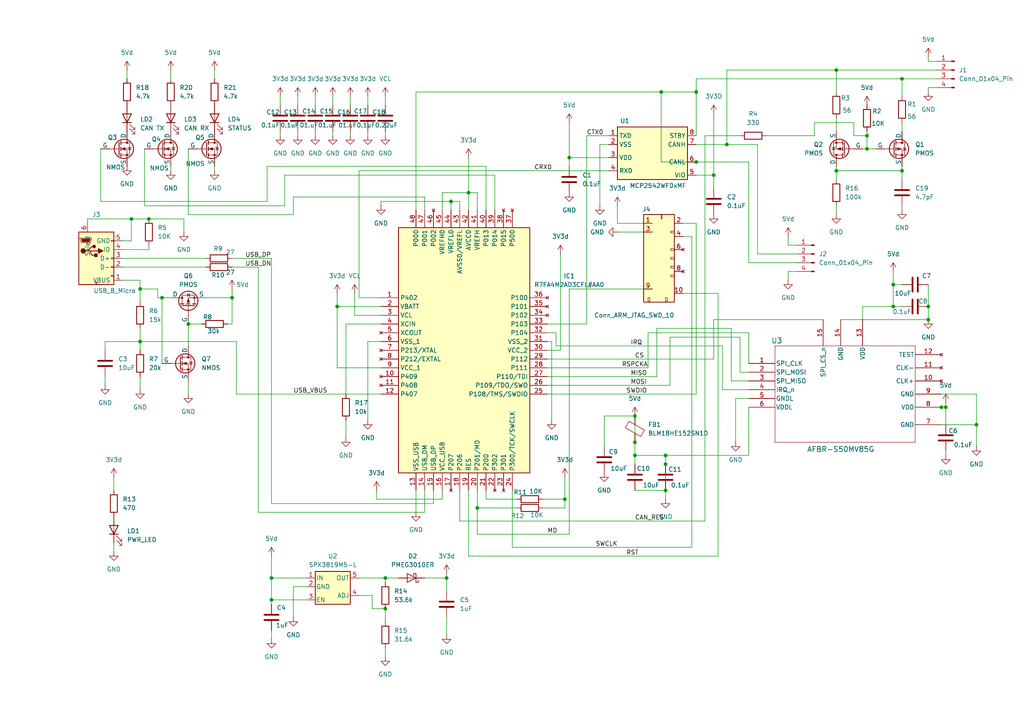
<source format=kicad_sch>
(kicad_sch (version 20231120) (generator "eeschema") (generator_version "8.0")
  (paper "A4")
  (title_block (title "Broadcom Sensor board") (date "2024-07-05") (rev "V1") (company "GEODRONES"))
  (lib_symbols
    (symbol "2024-07-05_00-20-57:AFBR-S50MV85G" (pin_names (offset 0.254))
      (property "Reference" "U3" (at 8.128 6.604 0))
      (property "Value" "AFBR-S50MV85G" (at 26.67 -24.892 0))
      (symbol "AFBR-S50MV85G_0_1"
        (pin input line (at 0 0 0) (length 7.62) (name "SPI_CLK") (number "1"))
        (pin power_in line (at 33.02 12.7 270) (length 7.62) (name "VDD") (number "13"))
        (pin power_out line (at 26.67 12.7 270) (length 7.62) (name "GND") (number "14"))
        (pin input line (at 0 -2.54 0) (length 7.62) (name "SPI_MOSI") (number "2"))
        (pin output line (at 0 -5.08 0) (length 7.62) (name "SPI_MISO") (number "3"))
        (pin output line (at 0 -7.62 0) (length 7.62) (name "IRQ_n") (number "4"))
        (pin power_out line (at 0 -10.16 0) (length 7.62) (name "GNDL") (number "5"))
        (pin power_in line (at 0 -12.7 0) (length 7.62) (name "VDDL") (number "6"))
        (pin power_out line (at 55.88 -17.78 180) (length 7.62) (name "GND") (number "7"))
        (pin power_out line (at 55.88 -8.89 180) (length 7.62) (name "GND") (number "9"))
      )
      (symbol "AFBR-S50MV85G_1_1"
        (pin no_connect line (at 55.88 -5.08 180) (length 7.62) (name "CLK+") (number "10"))
        (pin no_connect line (at 55.88 -1.27 180) (length 7.62) (name "CLK-") (number "11"))
        (pin no_connect line (at 55.88 2.54 180) (length 7.62) (name "TEST") (number "12"))
        (pin input line (at 21.59 12.7 270) (length 7.62) (name "SPI_CS_n") (number "15"))
        (pin power_in line (at 55.88 -12.7 180) (length 7.62) (name "VDD") (number "8"))
      )
    )
    (symbol "Conn_01x04_Pin_1" (pin_names (offset 1.016) hide)
      (property "Reference" "J1" (at -1.27 -2.5401 0))
      (property "Value" "Conn_01x04_Pin" (at -1.27 -0.0001 0))
      (symbol "Conn_01x04_Pin_1_1_1"
        (pin passive line (at 5.08 -5.08 180) (length 3.81) (name "Pin_1") (number "1"))
        (pin passive line (at 5.08 -2.54 180) (length 3.81) (name "Pin_2") (number "2"))
        (pin passive line (at 5.08 0 180) (length 3.81) (name "Pin_3") (number "3"))
        (pin passive line (at 5.08 2.54 180) (length 3.81) (name "Pin_4") (number "4"))
      )
    )
    (symbol "Connector:Conn_01x04_Pin" (pin_names (offset 1.016) hide)
      (property "Reference" "J2" (at -1.27 -2.5401 0))
      (property "Value" "Conn_01x04_Pin" (at -1.27 -0.0001 0))
      (symbol "Conn_01x04_Pin_1_1"
        (pin passive line (at 5.08 -5.08 180) (length 3.81) (name "Pin_1") (number "1"))
        (pin passive line (at 5.08 -2.54 180) (length 3.81) (name "Pin_2") (number "2"))
        (pin passive line (at 5.08 0 180) (length 3.81) (name "Pin_3") (number "3"))
        (pin passive line (at 5.08 2.54 180) (length 3.81) (name "Pin_4") (number "4"))
      )
    )
    (symbol "Connector:Conn_ARM_JTAG_SWD_10" (pin_names (offset 1.016))
      (property "Reference" "J4" (at 3.302 14.224 0))
      (property "Value" "Conn_ARM_JTAG_SWD_10" (at 10.16 -16.51 0))
      (symbol "Conn_ARM_JTAG_SWD_10_1_1"
        (pin power_in line (at 1.27 10.16 0) (length 2.54) (name "") (number "1"))
        (pin open_collector line (at 12.7 -10.16 180) (length 2.54) (name "") (number "10"))
        (pin bidirectional line (at 12.7 10.16 180) (length 2.54) (name "") (number "2"))
        (pin power_in line (at 1.27 7.62 0) (length 2.54) (name "") (number "3"))
        (pin output line (at 12.7 6.35 180) (length 2.54) (name "") (number "4"))
        (pin passive line (at -12.7 5.08 0) (length 2.54) hide (name "GND") (number "5"))
        (pin no_connect line (at 12.7 2.54 180) (length 2.54) (name "") (number "6"))
        (pin no_connect line (at -10.16 0 0) (length 2.54) hide (name "KEY") (number "7"))
        (pin no_connect line (at 12.7 -3.81 180) (length 2.54) (name "") (number "8"))
        (pin passive line (at 1.27 -8.89 0) (length 2.54) (name "") (number "9"))
      )
    )
    (symbol "Connector:USB_B_Micro" (pin_names (offset 1.016))
      (property "Reference" "J3" (at 0 12.7 0))
      (property "Value" "USB_B_Micro" (at 5.334 -9.398 0))
      (symbol "USB_B_Micro_1_1"
        (pin power_out line (at 7.62 -6.35 180) (length 2.54) (name "VBUS") (number "1"))
        (pin bidirectional line (at 7.62 -2.54 180) (length 2.54) (name "D-") (number "2"))
        (pin bidirectional line (at 7.62 0 180) (length 2.54) (name "D+") (number "3"))
        (pin passive line (at 7.62 2.54 180) (length 2.54) (name "ID") (number "4"))
        (pin power_out line (at 7.62 5.08 180) (length 2.54) (name "GND") (number "5"))
        (pin passive line (at -2.54 10.16 270) (length 2.54) (name "Shield") (number "6"))
      )
    )
    (symbol "Device:C" (pin_numbers hide) (pin_names (offset 0.254))
      (property "Reference" "C" (at 0.635 2.54 0))
      (property "Value" "C" (at 0.635 -2.54 0))
      (symbol "C_1_1"
        (pin passive line (at 0 3.81 270) (length 2.794) (name "~") (number "1"))
        (pin passive line (at 0 -3.81 90) (length 2.794) (name "~") (number "2"))
      )
    )
    (symbol "Device:FerriteBead" (pin_numbers hide) (pin_names (offset 0))
      (property "Reference" "FB" (at -3.81 0.635 90))
      (property "Value" "FerriteBead" (at 3.81 0 90))
      (symbol "FerriteBead_1_1"
        (pin passive line (at 0 3.81 270) (length 2.54) (name "~") (number "1"))
        (pin passive line (at 0 -3.81 90) (length 2.54) (name "~") (number "2"))
      )
    )
    (symbol "Device:LED" (pin_numbers hide) (pin_names (offset 1.016) hide)
      (property "Reference" "D" (at 0 2.54 0))
      (property "Value" "LED" (at 0 -2.54 0))
      (symbol "LED_1_1"
        (pin passive line (at -3.81 0 0) (length 2.54) (name "K") (number "1"))
        (pin passive line (at 3.81 0 180) (length 2.54) (name "A") (number "2"))
      )
    )
    (symbol "Device:R" (pin_numbers hide) (pin_names (offset 0))
      (property "Reference" "R" (at 2.032 0 90))
      (property "Value" "R" (at 0 0 90))
      (symbol "R_1_1"
        (pin passive line (at 0 3.81 270) (length 1.27) (name "~") (number "1"))
        (pin passive line (at 0 -3.81 90) (length 1.27) (name "~") (number "2"))
      )
    )
    (symbol "Diode:PMEG3010ER" (pin_numbers hide) (pin_names hide)
      (property "Reference" "D" (at 0 2.54 0))
      (property "Value" "PMEG3010ER" (at 0 -2.54 0))
      (symbol "PMEG3010ER_1_1"
        (pin passive line (at -3.81 0 0) (length 2.54) (name "K") (number "1"))
        (pin passive line (at 3.81 0 180) (length 2.54) (name "A") (number "2"))
      )
    )
    (symbol "Interface_CAN_LIN:MCP2542WFDxMF"
      (property "Reference" "U1" (at 2.1941 -10.16 0))
      (property "Value" "MCP2542WFDxMF" (at 2.1941 -12.7 0))
      (symbol "MCP2542WFDxMF_1_1"
        (pin input line (at -12.7 5.08 0) (length 2.54) (name "TXD") (number "1"))
        (pin power_in line (at -12.7 2.54 0) (length 2.54) (name "VSS") (number "2"))
        (pin power_in line (at -12.7 -1.27 0) (length 2.54) (name "VDD") (number "3"))
        (pin output line (at -12.7 -5.08 0) (length 2.54) (name "RXD") (number "4"))
        (pin power_in line (at 12.7 -6.35 180) (length 2.54) (name "VIO") (number "5"))
        (pin bidirectional line (at 12.7 -2.54 180) (length 2.54) (name "CANL") (number "6"))
        (pin bidirectional line (at 12.7 2.54 180) (length 2.54) (name "CANH") (number "7"))
        (pin input line (at 12.7 5.08 180) (length 2.54) (name "STBY") (number "8"))
        (pin passive line (at 0 -10.16 90) (length 2.54) hide (name "VSS") (number "9"))
      )
    )
    (symbol "R7FA4M2AD3CFL#AA0:R7FA4M2AD3CFL#AA0"
      (property "Reference" "IC1" (at 54.61 6.3186 0))
      (property "Value" "R7FA4M2AD3CFL#AA0" (at 54.61 3.7786 0))
      (symbol "R7FA4M2AD3CFL#AA0_1_1"
        (pin passive line (at 0 0 0) (length 5.08) (name "P402") (number "1"))
        (pin no_connect line (at 0 -22.86 0) (length 5.08) (name "P409") (number "10"))
        (pin no_connect line (at 0 -25.4 0) (length 5.08) (name "P408") (number "11"))
        (pin passive line (at 0 -27.94 0) (length 5.08) (name "P407") (number "12"))
        (pin passive line (at 10.16 -55.88 90) (length 5.08) (name "VSS_USB") (number "13"))
        (pin passive line (at 12.7 -55.88 90) (length 5.08) (name "USB_DM") (number "14"))
        (pin passive line (at 15.24 -55.88 90) (length 5.08) (name "USB_DP") (number "15"))
        (pin passive line (at 17.78 -55.88 90) (length 5.08) (name "VCC_USB") (number "16"))
        (pin no_connect line (at 20.32 -55.88 90) (length 5.08) (name "P207") (number "17"))
        (pin passive line (at 22.86 -55.88 90) (length 5.08) (name "P206") (number "18"))
        (pin passive line (at 25.4 -55.88 90) (length 5.08) (name "RES") (number "19"))
        (pin passive line (at 0 -2.54 0) (length 5.08) (name "VBATT") (number "2"))
        (pin passive line (at 27.94 -55.88 90) (length 5.08) (name "P201/MD") (number "20"))
        (pin passive line (at 30.48 -55.88 90) (length 5.08) (name "P200") (number "21"))
        (pin no_connect line (at 33.02 -55.88 90) (length 5.08) (name "P302") (number "22"))
        (pin no_connect line (at 35.56 -55.88 90) (length 5.08) (name "P301") (number "23"))
        (pin passive line (at 38.1 -55.88 90) (length 5.08) (name "P300/TCK/SWCLK") (number "24"))
        (pin passive line (at 48.26 -27.94 180) (length 5.08) (name "P108/TMS/SWDIO") (number "25"))
        (pin passive line (at 48.26 -25.4 180) (length 5.08) (name "P109/TDO/SWO") (number "26"))
        (pin passive line (at 48.26 -22.86 180) (length 5.08) (name "P110/TDI") (number "27"))
        (pin passive line (at 48.26 -20.32 180) (length 5.08) (name "P111") (number "28"))
        (pin passive line (at 48.26 -17.78 180) (length 5.08) (name "P112") (number "29"))
        (pin passive line (at 0 -5.08 0) (length 5.08) (name "VCL") (number "3"))
        (pin passive line (at 48.26 -15.24 180) (length 5.08) (name "VCC_2") (number "30"))
        (pin passive line (at 48.26 -12.7 180) (length 5.08) (name "VSS_2") (number "31"))
        (pin passive line (at 48.26 -10.16 180) (length 5.08) (name "P104") (number "32"))
        (pin passive line (at 48.26 -7.62 180) (length 5.08) (name "P103") (number "33"))
        (pin no_connect line (at 48.26 -5.08 180) (length 5.08) (name "P102") (number "34"))
        (pin no_connect line (at 48.26 -2.54 180) (length 5.08) (name "P101") (number "35"))
        (pin no_connect line (at 48.26 0 180) (length 5.08) (name "P100") (number "36"))
        (pin no_connect line (at 38.1 25.4 270) (length 5.08) (name "P500") (number "37"))
        (pin no_connect line (at 35.56 25.4 270) (length 5.08) (name "P015") (number "38"))
        (pin passive line (at 33.02 25.4 270) (length 5.08) (name "P014") (number "39"))
        (pin passive line (at 0 -7.62 0) (length 5.08) (name "XCIN") (number "4"))
        (pin passive line (at 30.48 25.4 270) (length 5.08) (name "P013") (number "40"))
        (pin passive line (at 27.94 25.4 270) (length 5.08) (name "VREFH") (number "41"))
        (pin passive line (at 25.4 25.4 270) (length 5.08) (name "AVCC0") (number "42"))
        (pin passive line (at 22.86 25.4 270) (length 5.08) (name "AVSS0/VREFL") (number "43"))
        (pin passive line (at 20.32 25.4 270) (length 5.08) (name "VREFL0") (number "44"))
        (pin passive line (at 17.78 25.4 270) (length 5.08) (name "VREFH0") (number "45"))
        (pin no_connect line (at 15.24 25.4 270) (length 5.08) (name "P002") (number "46"))
        (pin passive line (at 12.7 25.4 270) (length 5.08) (name "P001") (number "47"))
        (pin passive line (at 10.16 25.4 270) (length 5.08) (name "P000") (number "48"))
        (pin no_connect line (at 0 -10.16 0) (length 5.08) (name "XCOUT") (number "5"))
        (pin passive line (at 0 -12.7 0) (length 5.08) (name "VSS_1") (number "6"))
        (pin no_connect line (at 0 -15.24 0) (length 5.08) (name "P213/XTAL") (number "7"))
        (pin no_connect line (at 0 -17.78 0) (length 5.08) (name "P212/EXTAL") (number "8"))
        (pin passive line (at 0 -20.32 0) (length 5.08) (name "VCC_1") (number "9"))
      )
    )
    (symbol "Regulator_Linear:SPX3819M5-L" (pin_names (offset 0.254))
      (property "Reference" "U2" (at 0 8.89 0))
      (property "Value" "SPX3819M5-L" (at 0 6.35 0))
      (symbol "SPX3819M5-L_1_1"
        (pin power_in line (at -7.62 2.54 0) (length 2.54) (name "IN") (number "1"))
        (pin power_in line (at -7.62 0 0) (length 2.54) (name "GND") (number "2"))
        (pin input line (at -7.62 -3.81 0) (length 2.54) (name "EN") (number "3"))
        (pin input line (at 7.62 -2.54 180) (length 2.54) (name "ADJ") (number "4"))
        (pin power_out line (at 7.62 2.54 180) (length 2.54) (name "OUT") (number "5"))
      )
    )
    (symbol "Simulation_SPICE:NMOS" (pin_numbers hide) (pin_names (offset 0))
      (property "Reference" "Q" (at 5.08 1.27 0))
      (property "Value" "NMOS" (at 5.08 -1.27 0))
      (symbol "NMOS_1_1"
        (pin passive line (at 2.54 5.08 270) (length 2.54) (name "D") (number "1"))
        (pin input line (at -5.08 0 0) (length 2.54) (name "G") (number "2"))
        (pin passive line (at 2.54 -5.08 90) (length 2.54) (name "S") (number "3"))
      )
    )
    (symbol "Simulation_SPICE:PMOS" (pin_numbers hide) (pin_names (offset 0))
      (property "Reference" "Q" (at 5.08 1.27 0))
      (property "Value" "PMOS" (at 5.08 -1.27 0))
      (symbol "PMOS_1_1"
        (pin passive line (at 2.54 5.08 270) (length 2.54) (name "D") (number "1"))
        (pin input line (at -5.08 0 0) (length 2.54) (name "G") (number "2"))
        (pin passive line (at 2.54 -5.08 90) (length 2.54) (name "S") (number "3"))
      )
    )
    (symbol "power:+3V3" (power) (pin_numbers hide) (pin_names (offset 0) hide)
      (property "Value" "+3V3" (at 0 3.556 0))
      (symbol "+3V3_1_1"
        (pin power_in line (at 0 0 90) (length 0) (name "~") (number "1"))
      )
    )
    (symbol "power:+5VD" (power) (pin_numbers hide) (pin_names (offset 0) hide)
      (property "Value" "+5VD" (at 0 3.556 0))
      (symbol "+5VD_1_1"
        (pin power_in line (at 0 0 90) (length 0) (name "~") (number "1"))
      )
    )
    (symbol "power:GND" (power) (pin_numbers hide) (pin_names (offset 0) hide)
      (property "Value" "GND" (at 0 -3.81 0))
      (symbol "GND_1_1"
        (pin power_in line (at 0 0 270) (length 0) (name "~") (number "1"))
      )
    )
  )
  (junction (at 207.01 50.8))
  (junction (at 191.77 26.67))
  (junction (at 251.46 43.18))
  (junction (at 242.57 20.32))
  (junction (at 67.31 86.36))
  (junction (at 201.93 46.99))
  (junction (at 38.1 63.5))
  (junction (at 163.83 144.78))
  (junction (at 184.15 132.08))
  (junction (at 193.04 132.08))
  (junction (at 242.57 49.53))
  (junction (at 259.08 82.55))
  (junction (at 201.93 26.67))
  (junction (at 78.74 173.99))
  (junction (at 111.76 176.53))
  (junction (at 97.79 88.9))
  (junction (at 111.76 167.64))
  (junction (at 274.32 118.11))
  (junction (at 269.24 88.9))
  (junction (at 193.04 142.24))
  (junction (at 184.15 128.27))
  (junction (at 259.08 88.9))
  (junction (at 40.64 83.82))
  (junction (at 283.21 123.19))
  (junction (at 273.05 118.11))
  (junction (at 43.18 63.5))
  (junction (at 261.62 22.86))
  (junction (at 135.89 55.88))
  (junction (at 269.24 92.71))
  (junction (at 40.64 99.06))
  (junction (at 251.46 39.37))
  (junction (at 129.54 167.64))
  (junction (at 130.81 58.42))
  (junction (at 184.15 120.65))
  (junction (at 193.04 134.62))
  (junction (at 261.62 49.53))
  (junction (at 165.1 45.72))
  (junction (at 78.74 167.64))
  (junction (at 46.99 86.36))
  (junction (at 54.61 93.98))
  (junction (at 138.43 147.32))
  (junction (at 210.82 41.91))
  (wire (pts (xy 210.82 41.91) (xy 210.82 20.32)))
  (wire (pts (xy 54.61 110.49) (xy 54.61 114.3)))
  (wire (pts (xy 43.18 72.39) (xy 43.18 71.12)))
  (wire (pts (xy 274.32 116.84) (xy 274.32 118.11)))
  (wire (pts (xy 78.74 182.88) (xy 78.74 185.42)))
  (wire (pts (xy 165.1 83.82) (xy 165.1 154.94)))
  (wire (pts (xy 68.58 114.3) (xy 110.49 114.3)))
  (wire (pts (xy 228.6 78.74) (xy 228.6 81.28)))
  (wire (pts (xy 74.93 77.47) (xy 74.93 148.59)))
  (wire (pts (xy 261.62 48.26) (xy 261.62 49.53)))
  (wire (pts (xy 40.64 99.06) (xy 40.64 101.6)))
  (wire (pts (xy 78.74 167.64) (xy 78.74 173.99)))
  (wire (pts (xy 165.1 35.56) (xy 165.1 45.72)))
  (wire (pts (xy 30.48 101.6) (xy 30.48 99.06)))
  (wire (pts (xy 40.64 95.25) (xy 40.64 99.06)))
  (wire (pts (xy 129.54 179.07) (xy 129.54 184.15)))
  (wire (pts (xy 77.47 58.42) (xy 29.21 58.42)))
  (wire (pts (xy 85.09 57.15) (xy 85.09 62.23)))
  (wire (pts (xy 259.08 82.55) (xy 259.08 88.9)))
  (wire (pts (xy 143.51 60.96) (xy 143.51 50.8)))
  (wire (pts (xy 170.18 93.98) (xy 170.18 39.37)))
  (wire (pts (xy 200.66 68.58) (xy 200.66 158.75)))
  (wire (pts (xy 81.28 27.94) (xy 81.28 30.48)))
  (wire (pts (xy 104.14 49.53) (xy 176.53 49.53)))
  (wire (pts (xy 45.72 86.36) (xy 45.72 83.82)))
  (wire (pts (xy 111.76 187.96) (xy 111.76 190.5)))
  (wire (pts (xy 82.55 50.8) (xy 82.55 59.69)))
  (wire (pts (xy 33.02 157.48) (xy 33.02 160.02)))
  (wire (pts (xy 163.83 144.78) (xy 163.83 147.32)))
  (wire (pts (xy 204.47 39.37) (xy 204.47 151.13)))
  (wire (pts (xy 110.49 58.42) (xy 110.49 59.69)))
  (wire (pts (xy 242.57 34.29) (xy 242.57 38.1)))
  (wire (pts (xy 191.77 26.67) (xy 120.65 26.67)))
  (wire (pts (xy 250.19 88.9) (xy 259.08 88.9)))
  (wire (pts (xy 149.86 144.78) (xy 140.97 144.78)))
  (wire (pts (xy 160.02 99.06) (xy 160.02 121.92)))
  (wire (pts (xy 158.75 104.14) (xy 207.01 104.14)))
  (wire (pts (xy 106.68 27.94) (xy 106.68 30.48)))
  (wire (pts (xy 162.56 101.6) (xy 158.75 101.6)))
  (wire (pts (xy 184.15 132.08) (xy 184.15 128.27)))
  (wire (pts (xy 135.89 55.88) (xy 138.43 55.88)))
  (wire (pts (xy 261.62 49.53) (xy 261.62 52.07)))
  (wire (pts (xy 33.02 138.43) (xy 33.02 142.24)))
  (wire (pts (xy 219.71 73.66) (xy 219.71 41.91)))
  (wire (pts (xy 53.34 63.5) (xy 53.34 67.31)))
  (wire (pts (xy 25.4 63.5) (xy 38.1 63.5)))
  (wire (pts (xy 231.14 71.12) (xy 228.6 71.12)))
  (wire (pts (xy 62.23 20.32) (xy 62.23 22.86)))
  (wire (pts (xy 88.9 167.64) (xy 78.74 167.64)))
  (wire (pts (xy 214.63 97.79) (xy 214.63 107.95)))
  (wire (pts (xy 88.9 170.18) (xy 85.09 170.18)))
  (wire (pts (xy 158.75 111.76) (xy 194.31 111.76)))
  (wire (pts (xy 85.09 170.18) (xy 85.09 179.07)))
  (wire (pts (xy 41.91 59.69) (xy 41.91 43.18)))
  (wire (pts (xy 184.15 132.08) (xy 184.15 134.62)))
  (wire (pts (xy 97.79 85.09) (xy 97.79 88.9)))
  (wire (pts (xy 162.56 73.66) (xy 162.56 101.6)))
  (wire (pts (xy 36.83 20.32) (xy 36.83 22.86)))
  (wire (pts (xy 135.89 45.72) (xy 135.89 55.88)))
  (wire (pts (xy 81.28 38.1) (xy 81.28 39.37)))
  (wire (pts (xy 54.61 93.98) (xy 58.42 93.98)))
  (wire (pts (xy 261.62 59.69) (xy 261.62 60.96)))
  (wire (pts (xy 231.14 73.66) (xy 219.71 73.66)))
  (wire (pts (xy 204.47 39.37) (xy 214.63 39.37)))
  (wire (pts (xy 194.31 97.79) (xy 214.63 97.79)))
  (wire (pts (xy 101.6 27.94) (xy 101.6 30.48)))
  (wire (pts (xy 129.54 167.64) (xy 129.54 166.37)))
  (wire (pts (xy 67.31 86.36) (xy 67.31 83.82)))
  (wire (pts (xy 283.21 114.3) (xy 273.05 114.3)))
  (wire (pts (xy 67.31 77.47) (xy 74.93 77.47)))
  (wire (pts (xy 165.1 154.94) (xy 138.43 154.94)))
  (wire (pts (xy 62.23 48.26) (xy 62.23 49.53)))
  (wire (pts (xy 187.96 106.68) (xy 187.96 96.52)))
  (wire (pts (xy 217.17 76.2) (xy 217.17 46.99)))
  (wire (pts (xy 111.76 167.64) (xy 111.76 168.91)))
  (wire (pts (xy 170.18 39.37) (xy 176.53 39.37)))
  (wire (pts (xy 207.01 92.71) (xy 238.76 92.71)))
  (wire (pts (xy 138.43 55.88) (xy 138.43 60.96)))
  (wire (pts (xy 271.78 118.11) (xy 273.05 118.11)))
  (wire (pts (xy 242.57 20.32) (xy 242.57 26.67)))
  (wire (pts (xy 49.53 86.36) (xy 46.99 86.36)))
  (wire (pts (xy 123.19 148.59) (xy 123.19 142.24)))
  (wire (pts (xy 78.74 173.99) (xy 78.74 175.26)))
  (wire (pts (xy 78.74 173.99) (xy 88.9 173.99)))
  (wire (pts (xy 30.48 99.06) (xy 40.64 99.06)))
  (wire (pts (xy 49.53 48.26) (xy 49.53 49.53)))
  (wire (pts (xy 128.27 55.88) (xy 135.89 55.88)))
  (wire (pts (xy 158.75 99.06) (xy 160.02 99.06)))
  (wire (pts (xy 207.01 104.14) (xy 207.01 92.71)))
  (wire (pts (xy 111.76 38.1) (xy 111.76 39.37)))
  (wire (pts (xy 74.93 148.59) (xy 123.19 148.59)))
  (wire (pts (xy 104.14 86.36) (xy 110.49 86.36)))
  (wire (pts (xy 30.48 109.22) (xy 30.48 111.76)))
  (wire (pts (xy 35.56 77.47) (xy 59.69 77.47)))
  (wire (pts (xy 82.55 59.69) (xy 41.91 59.69)))
  (wire (pts (xy 86.36 38.1) (xy 86.36 39.37)))
  (wire (pts (xy 120.65 26.67) (xy 120.65 60.96)))
  (wire (pts (xy 96.52 27.94) (xy 96.52 30.48)))
  (wire (pts (xy 78.74 161.29) (xy 78.74 167.64)))
  (wire (pts (xy 209.55 100.33) (xy 209.55 113.03)))
  (wire (pts (xy 250.19 88.9) (xy 250.19 92.71)))
  (wire (pts (xy 104.14 49.53) (xy 104.14 86.36)))
  (wire (pts (xy 102.87 91.44) (xy 102.87 85.09)))
  (wire (pts (xy 148.59 142.24) (xy 148.59 158.75)))
  (wire (pts (xy 259.08 78.74) (xy 259.08 82.55)))
  (wire (pts (xy 161.29 96.52) (xy 161.29 100.33)))
  (wire (pts (xy 106.68 38.1) (xy 106.68 39.37)))
  (wire (pts (xy 35.56 74.93) (xy 59.69 74.93)))
  (wire (pts (xy 201.93 64.77) (xy 201.93 114.3)))
  (wire (pts (xy 40.64 81.28) (xy 35.56 81.28)))
  (wire (pts (xy 212.09 95.25) (xy 212.09 110.49)))
  (wire (pts (xy 201.93 22.86) (xy 261.62 22.86)))
  (wire (pts (xy 125.73 146.05) (xy 125.73 142.24)))
  (wire (pts (xy 100.33 114.3) (xy 100.33 93.98)))
  (wire (pts (xy 198.12 68.58) (xy 200.66 68.58)))
  (wire (pts (xy 184.15 120.65) (xy 184.15 128.27)))
  (wire (pts (xy 184.15 142.24) (xy 193.04 142.24)))
  (wire (pts (xy 165.1 48.26) (xy 165.1 45.72)))
  (wire (pts (xy 35.56 72.39) (xy 43.18 72.39)))
  (wire (pts (xy 130.81 58.42) (xy 130.81 60.96)))
  (wire (pts (xy 259.08 88.9) (xy 261.62 88.9)))
  (wire (pts (xy 193.04 142.24) (xy 193.04 134.62)))
  (wire (pts (xy 111.76 27.94) (xy 111.76 30.48)))
  (wire (pts (xy 163.83 138.43) (xy 163.83 144.78)))
  (wire (pts (xy 190.5 109.22) (xy 158.75 109.22)))
  (wire (pts (xy 66.04 93.98) (xy 67.31 93.98)))
  (wire (pts (xy 251.46 43.18) (xy 254 43.18)))
  (wire (pts (xy 100.33 93.98) (xy 110.49 93.98)))
  (wire (pts (xy 129.54 167.64) (xy 129.54 171.45)))
  (wire (pts (xy 201.93 50.8) (xy 207.01 50.8)))
  (wire (pts (xy 140.97 48.26) (xy 77.47 48.26)))
  (wire (pts (xy 186.69 83.82) (xy 165.1 83.82)))
  (wire (pts (xy 274.32 118.11) (xy 274.32 123.19)))
  (wire (pts (xy 269.24 25.4) (xy 269.24 26.67)))
  (wire (pts (xy 201.93 46.99) (xy 217.17 46.99)))
  (wire (pts (xy 269.24 88.9) (xy 269.24 92.71)))
  (wire (pts (xy 130.81 58.42) (xy 110.49 58.42)))
  (wire (pts (xy 110.49 91.44) (xy 102.87 91.44)))
  (wire (pts (xy 247.65 35.56) (xy 247.65 39.37)))
  (wire (pts (xy 138.43 142.24) (xy 138.43 147.32)))
  (wire (pts (xy 67.31 93.98) (xy 67.31 86.36)))
  (wire (pts (xy 219.71 41.91) (xy 210.82 41.91)))
  (wire (pts (xy 274.32 130.81) (xy 274.32 132.08)))
  (wire (pts (xy 111.76 167.64) (xy 115.57 167.64)))
  (wire (pts (xy 68.58 99.06) (xy 40.64 99.06)))
  (wire (pts (xy 38.1 69.85) (xy 38.1 63.5)))
  (wire (pts (xy 193.04 132.08) (xy 184.15 132.08)))
  (wire (pts (xy 273.05 118.11) (xy 274.32 118.11)))
  (wire (pts (xy 201.93 39.37) (xy 201.93 26.67)))
  (wire (pts (xy 214.63 107.95) (xy 217.17 107.95)))
  (wire (pts (xy 217.17 132.08) (xy 193.04 132.08)))
  (wire (pts (xy 86.36 27.94) (xy 86.36 30.48)))
  (wire (pts (xy 251.46 38.1) (xy 251.46 39.37)))
  (wire (pts (xy 68.58 114.3) (xy 68.58 99.06)))
  (wire (pts (xy 46.99 86.36) (xy 46.99 105.41)))
  (wire (pts (xy 77.47 48.26) (xy 77.47 58.42)))
  (wire (pts (xy 107.95 176.53) (xy 111.76 176.53)))
  (wire (pts (xy 78.74 146.05) (xy 125.73 146.05)))
  (wire (pts (xy 201.93 41.91) (xy 210.82 41.91)))
  (wire (pts (xy 96.52 38.1) (xy 96.52 39.37)))
  (wire (pts (xy 179.07 59.69) (xy 179.07 64.77)))
  (wire (pts (xy 175.26 129.54) (xy 175.26 120.65)))
  (wire (pts (xy 25.4 64.77) (xy 25.4 63.5)))
  (wire (pts (xy 198.12 85.09) (xy 208.28 85.09)))
  (wire (pts (xy 259.08 82.55) (xy 261.62 82.55)))
  (wire (pts (xy 175.26 120.65) (xy 184.15 120.65)))
  (wire (pts (xy 213.36 115.57) (xy 213.36 128.27)))
  (wire (pts (xy 128.27 144.78) (xy 109.22 144.78)))
  (wire (pts (xy 193.04 142.24) (xy 193.04 144.78)))
  (wire (pts (xy 231.14 76.2) (xy 217.17 76.2)))
  (wire (pts (xy 217.17 96.52) (xy 217.17 105.41)))
  (wire (pts (xy 40.64 109.22) (xy 40.64 113.03)))
  (wire (pts (xy 176.53 41.91) (xy 173.99 41.91)))
  (wire (pts (xy 212.09 110.49) (xy 217.17 110.49)))
  (wire (pts (xy 40.64 83.82) (xy 40.64 81.28)))
  (wire (pts (xy 40.64 87.63) (xy 40.64 83.82)))
  (wire (pts (xy 138.43 147.32) (xy 138.43 154.94)))
  (wire (pts (xy 273.05 123.19) (xy 283.21 123.19)))
  (wire (pts (xy 242.57 20.32) (xy 271.78 20.32)))
  (wire (pts (xy 251.46 39.37) (xy 251.46 43.18)))
  (wire (pts (xy 123.19 167.64) (xy 129.54 167.64)))
  (wire (pts (xy 283.21 123.19) (xy 283.21 129.54)))
  (wire (pts (xy 157.48 147.32) (xy 163.83 147.32)))
  (wire (pts (xy 100.33 121.92) (xy 100.33 127)))
  (wire (pts (xy 107.95 172.72) (xy 107.95 176.53)))
  (wire (pts (xy 104.14 172.72) (xy 107.95 172.72)))
  (wire (pts (xy 261.62 22.86) (xy 271.78 22.86)))
  (wire (pts (xy 133.35 60.96) (xy 133.35 58.42)))
  (wire (pts (xy 101.6 38.1) (xy 101.6 39.37)))
  (wire (pts (xy 207.01 50.8) (xy 207.01 54.61)))
  (wire (pts (xy 135.89 161.29) (xy 135.89 142.24)))
  (wire (pts (xy 269.24 82.55) (xy 269.24 88.9)))
  (wire (pts (xy 190.5 95.25) (xy 212.09 95.25)))
  (wire (pts (xy 43.18 63.5) (xy 53.34 63.5)))
  (wire (pts (xy 271.78 17.78) (xy 269.24 17.78)))
  (wire (pts (xy 261.62 35.56) (xy 261.62 38.1)))
  (wire (pts (xy 207.01 33.02) (xy 207.01 50.8)))
  (wire (pts (xy 148.59 158.75) (xy 200.66 158.75)))
  (wire (pts (xy 208.28 161.29) (xy 135.89 161.29)))
  (wire (pts (xy 179.07 64.77) (xy 186.69 64.77)))
  (wire (pts (xy 78.74 74.93) (xy 78.74 146.05)))
  (wire (pts (xy 140.97 144.78) (xy 140.97 142.24)))
  (wire (pts (xy 91.44 27.94) (xy 91.44 30.48)))
  (wire (pts (xy 269.24 17.78) (xy 269.24 16.51)))
  (wire (pts (xy 190.5 95.25) (xy 190.5 109.22)))
  (wire (pts (xy 104.14 167.64) (xy 111.76 167.64)))
  (wire (pts (xy 191.77 46.99) (xy 201.93 46.99)))
  (wire (pts (xy 49.53 20.32) (xy 49.53 22.86)))
  (wire (pts (xy 106.68 99.06) (xy 106.68 121.92)))
  (wire (pts (xy 242.57 48.26) (xy 242.57 49.53)))
  (wire (pts (xy 158.75 96.52) (xy 161.29 96.52)))
  (wire (pts (xy 187.96 96.52) (xy 217.17 96.52)))
  (wire (pts (xy 157.48 144.78) (xy 163.83 144.78)))
  (wire (pts (xy 120.65 142.24) (xy 120.65 148.59)))
  (wire (pts (xy 109.22 144.78) (xy 109.22 142.24)))
  (wire (pts (xy 45.72 83.82) (xy 40.64 83.82)))
  (wire (pts (xy 123.19 60.96) (xy 123.19 57.15)))
  (wire (pts (xy 35.56 69.85) (xy 38.1 69.85)))
  (wire (pts (xy 243.84 92.71) (xy 269.24 92.71)))
  (wire (pts (xy 179.07 67.31) (xy 186.69 67.31)))
  (wire (pts (xy 173.99 41.91) (xy 173.99 59.69)))
  (wire (pts (xy 250.19 43.18) (xy 251.46 43.18)))
  (wire (pts (xy 67.31 74.93) (xy 78.74 74.93)))
  (wire (pts (xy 128.27 142.24) (xy 128.27 144.78)))
  (wire (pts (xy 222.25 39.37) (xy 236.22 39.37)))
  (wire (pts (xy 133.35 142.24) (xy 133.35 151.13)))
  (wire (pts (xy 110.49 88.9) (xy 97.79 88.9)))
  (wire (pts (xy 198.12 64.77) (xy 201.93 64.77)))
  (wire (pts (xy 91.44 38.1) (xy 91.44 39.37)))
  (wire (pts (xy 247.65 39.37) (xy 251.46 39.37)))
  (wire (pts (xy 217.17 132.08) (xy 217.17 118.11)))
  (wire (pts (xy 217.17 115.57) (xy 213.36 115.57)))
  (wire (pts (xy 283.21 114.3) (xy 283.21 123.19)))
  (wire (pts (xy 128.27 60.96) (xy 128.27 55.88)))
  (wire (pts (xy 97.79 88.9) (xy 97.79 106.68)))
  (wire (pts (xy 208.28 85.09) (xy 208.28 161.29)))
  (wire (pts (xy 110.49 99.06) (xy 106.68 99.06)))
  (wire (pts (xy 191.77 46.99) (xy 191.77 26.67)))
  (wire (pts (xy 143.51 50.8) (xy 82.55 50.8)))
  (wire (pts (xy 194.31 111.76) (xy 194.31 97.79)))
  (wire (pts (xy 46.99 86.36) (xy 45.72 86.36)))
  (wire (pts (xy 236.22 35.56) (xy 247.65 35.56)))
  (wire (pts (xy 158.75 93.98) (xy 170.18 93.98)))
  (wire (pts (xy 140.97 60.96) (xy 140.97 48.26)))
  (wire (pts (xy 209.55 113.03) (xy 217.17 113.03)))
  (wire (pts (xy 158.75 114.3) (xy 201.93 114.3)))
  (wire (pts (xy 158.75 106.68) (xy 187.96 106.68)))
  (wire (pts (xy 110.49 106.68) (xy 97.79 106.68)))
  (wire (pts (xy 38.1 63.5) (xy 43.18 63.5)))
  (wire (pts (xy 54.61 62.23) (xy 54.61 43.18)))
  (wire (pts (xy 59.69 86.36) (xy 67.31 86.36)))
  (wire (pts (xy 165.1 45.72) (xy 176.53 45.72)))
  (wire (pts (xy 29.21 58.42) (xy 29.21 43.18)))
  (wire (pts (xy 261.62 22.86) (xy 261.62 27.94)))
  (wire (pts (xy 236.22 39.37) (xy 236.22 35.56)))
  (wire (pts (xy 231.14 78.74) (xy 228.6 78.74)))
  (wire (pts (xy 242.57 59.69) (xy 242.57 62.23)))
  (wire (pts (xy 133.35 58.42) (xy 130.81 58.42)))
  (wire (pts (xy 85.09 62.23) (xy 54.61 62.23)))
  (wire (pts (xy 111.76 176.53) (xy 111.76 180.34)))
  (wire (pts (xy 161.29 100.33) (xy 209.55 100.33)))
  (wire (pts (xy 149.86 147.32) (xy 138.43 147.32)))
  (wire (pts (xy 193.04 132.08) (xy 193.04 134.62)))
  (wire (pts (xy 133.35 151.13) (xy 204.47 151.13)))
  (wire (pts (xy 135.89 55.88) (xy 135.89 60.96)))
  (wire (pts (xy 123.19 57.15) (xy 85.09 57.15)))
  (wire (pts (xy 242.57 49.53) (xy 242.57 52.07)))
  (wire (pts (xy 228.6 71.12) (xy 228.6 68.58)))
  (wire (pts (xy 201.93 22.86) (xy 201.93 26.67)))
  (wire (pts (xy 210.82 20.32) (xy 242.57 20.32)))
  (wire (pts (xy 54.61 93.98) (xy 54.61 100.33)))
  (wire (pts (xy 242.57 49.53) (xy 261.62 49.53)))
  (wire (pts (xy 201.93 26.67) (xy 191.77 26.67)))
  (wire (pts (xy 271.78 25.4) (xy 269.24 25.4)))
  (label "CAN_RES" (at 184.15 151.13 0))
  (label "CS" (at 184.15 104.14 0))
  (label "CTX0" (at 170.18 39.37 0))
  (label "RST" (at 181.61 161.29 0))
  (label "SWCLK" (at 172.72 158.75 0))
  (label "USB_DN" (at 71.12 77.47 0))
  (label "SWDIO" (at 181.61 114.3 0))
  (label "USB_VBUS" (at 85.09 114.3 0))
  (label "USB_DP" (at 71.12 74.93 0))
  (label "MISO" (at 182.88 109.22 0))
  (label "RSPCKA" (at 180.34 106.68 0))
  (label "IRQ" (at 182.88 100.33 0))
  (label "MOSI" (at 182.88 111.76 0))
  (label "CRX0" (at 154.94 49.53 0))
  (label "MD" (at 158.75 154.94 0))
  (symbol (lib_id "Device:LED") (at 36.83 34.29 90) (unit 1)
    (property "Reference" "LD2" (at 40.64 34.6074 90) (effects (justify right)))
    (property "Value" "CAN TX" (at 40.64 37.1474 90) (effects (justify right)))
    (property "Description" "Light emitting diode" (effects (hide yes)))
  )
  (symbol (lib_id "power:GND") (at 96.52 39.37 0) (unit 1)
    (property "Reference" "#PWR052" (effects (hide yes)))
    (property "Value" "GND" (at 96.52 44.45 0))
    (property "Description" "Power symbol creates a global label with name \"GND\" , ground" (effects (hide yes)))
  )
  (symbol (lib_id "power:+3V3") (at 111.76 27.94 0) (unit 1)
    (property "Reference" "#PWR062" (effects (hide yes)))
    (property "Value" "VCL" (at 111.76 22.86 0))
    (property "Description" "Power symbol creates a global label with name \"+3V3\"" (effects (hide yes)))
  )
  (symbol (lib_id "Device:R") (at 153.67 144.78 90) (unit 1)
    (property "Reference" "R11" (at 150.876 142.748 90))
    (property "Value" "10K" (at 155.448 142.494 90))
    (property "Description" "Resistor" (effects (hide yes)))
  )
  (symbol (lib_id "Device:LED") (at 62.23 34.29 90) (unit 1)
    (property "Reference" "LD4" (at 66.04 34.6074 90) (effects (justify right)))
    (property "Value" "STATUS" (at 66.04 37.1474 90) (effects (justify right)))
    (property "Description" "Light emitting diode" (effects (hide yes)))
  )
  (symbol (lib_id "power:+3V3") (at 33.02 138.43 0) (unit 1)
    (property "Reference" "#PWR017" (effects (hide yes)))
    (property "Value" "3V3d" (at 33.02 133.35 0))
    (property "Description" "Power symbol creates a global label with name \"+3V3\"" (effects (hide yes)))
  )
  (symbol (lib_id "power:+5VD") (at 62.23 20.32 0) (unit 1)
    (property "Reference" "#PWR045" (effects (hide yes)))
    (property "Value" "5Vd" (at 62.23 15.24 0))
    (property "Description" "Power symbol creates a global label with name \"+5VD\"" (effects (hide yes)))
  )
  (symbol (lib_id "power:GND") (at 261.62 60.96 0) (unit 1)
    (property "Reference" "#PWR064" (effects (hide yes)))
    (property "Value" "GND" (at 261.62 66.04 0))
    (property "Description" "Power symbol creates a global label with name \"GND\" , ground" (effects (hide yes)))
  )
  (symbol (lib_id "Connector:Conn_ARM_JTAG_SWD_10") (at 185.42 74.93 0) (unit 1)
    (property "Reference" "J4" (at 188.722 60.706 0) (effects (justify right)))
    (property "Value" "Conn_ARM_JTAG_SWD_10" (at 195.58 91.44 0) (effects (justify right)))
    (property "Datasheet" "http://infocenter.arm.com/help/topic/com.arm.doc.ddi0314h/DDI0314H_coresight_components_trm.pdf" (effects (hide yes)))
    (property "Description" "Cortex Debug Connector, standard ARM Cortex-M SWD and JTAG interface" (effects (hide yes)))
  )
  (symbol (lib_id "Device:C") (at 106.68 34.29 0) (unit 1)
    (property "Reference" "C17" (at 102.616 32.258 0) (effects (justify left)))
    (property "Value" "0.1uF" (at 103.378 36.322 0) (effects (justify left)))
    (property "Description" "Unpolarized capacitor" (effects (hide yes)))
  )
  (symbol (lib_id "Device:R") (at 40.64 91.44 0) (unit 1)
    (property "Reference" "R6" (at 43.18 90.1699 0) (effects (justify left)))
    (property "Value" "15k" (at 43.18 92.7099 0) (effects (justify left)))
    (property "Description" "Resistor" (effects (hide yes)))
  )
  (symbol (lib_id "Device:C") (at 265.43 88.9 90) (unit 1)
    (property "Reference" "C8" (at 267.716 87.376 90))
    (property "Value" "0.1uF" (at 261.62 90.424 90))
    (property "Description" "Unpolarized capacitor" (effects (hide yes)))
  )
  (symbol (lib_id "Simulation_SPICE:NMOS") (at 52.07 105.41 0) (unit 1)
    (property "Reference" "Q7" (at 58.42 104.1399 0) (effects (justify left)))
    (property "Value" "NMOS" (at 58.42 106.6799 0) (effects (justify left)))
    (property "Datasheet" "https://ngspice.sourceforge.io/docs/ngspice-html-manual/manual.xhtml#cha_MOSFETs" (effects (hide yes)))
    (property "Description" "N-MOSFET transistor, drain/source/gate" (effects (hide yes)))
    (property "Sim.Device" "NMOS" (effects (hide yes)))
    (property "Sim.Type" "VDMOS" (effects (hide yes)))
    (property "Sim.Pins" "1=D 2=G 3=S" (effects (hide yes)))
  )
  (symbol (lib_id "power:+3V3") (at 101.6 27.94 0) (unit 1)
    (property "Reference" "#PWR060" (effects (hide yes)))
    (property "Value" "3V3d" (at 101.6 22.86 0))
    (property "Description" "Power symbol creates a global label with name \"+3V3\"" (effects (hide yes)))
  )
  (symbol (lib_id "power:GND") (at 228.6 81.28 0) (unit 1)
    (property "Reference" "#PWR07" (effects (hide yes)))
    (property "Value" "GND" (at 228.6 86.36 0))
    (property "Description" "Power symbol creates a global label with name \"GND\" , ground" (effects (hide yes)))
  )
  (symbol (lib_id "power:GND") (at 110.49 59.69 0) (unit 1)
    (property "Reference" "#PWR038" (effects (hide yes)))
    (property "Value" "GND" (at 110.49 64.77 0))
    (property "Description" "Power symbol creates a global label with name \"GND\" , ground" (effects (hide yes)))
  )
  (symbol (lib_id "power:+5VD") (at 269.24 16.51 0) (unit 1)
    (property "Reference" "#PWR08" (effects (hide yes)))
    (property "Value" "5Vd" (at 269.24 11.43 0))
    (property "Description" "Power symbol creates a global label with name \"+5VD\"" (effects (hide yes)))
  )
  (symbol (lib_id "Device:R") (at 111.76 184.15 0) (unit 1)
    (property "Reference" "R15" (at 114.3 182.8799 0) (effects (justify left)))
    (property "Value" "31.6k" (at 114.3 185.4199 0) (effects (justify left)))
    (property "Description" "Resistor" (effects (hide yes)))
  )
  (symbol (lib_id "power:GND") (at 242.57 62.23 0) (unit 1)
    (property "Reference" "#PWR065" (effects (hide yes)))
    (property "Value" "GND" (at 242.57 67.31 0))
    (property "Description" "Power symbol creates a global label with name \"GND\" , ground" (effects (hide yes)))
  )
  (symbol (lib_id "power:+3V3") (at 207.01 33.02 0) (unit 1)
    (property "Reference" "#PWR04" (effects (hide yes)))
    (property "Value" "3V3D" (at 207.01 27.94 0))
    (property "Description" "Power symbol creates a global label with name \"+3V3\"" (effects (hide yes)))
  )
  (symbol (lib_id "power:+5VD") (at 228.6 68.58 0) (unit 1)
    (property "Reference" "#PWR09" (effects (hide yes)))
    (property "Value" "5Vd" (at 228.6 63.5 0))
    (property "Description" "Power symbol creates a global label with name \"+5VD\"" (effects (hide yes)))
  )
  (symbol (lib_id "Device:R") (at 111.76 172.72 0) (unit 1)
    (property "Reference" "R14" (at 114.3 171.4499 0) (effects (justify left)))
    (property "Value" "53.6k" (at 114.3 173.9899 0) (effects (justify left)))
    (property "Description" "Resistor" (effects (hide yes)))
  )
  (symbol (lib_id "Device:R") (at 43.18 67.31 0) (unit 1)
    (property "Reference" "R5" (at 45.72 66.0399 0) (effects (justify left)))
    (property "Value" "10K" (at 45.72 68.5799 0) (effects (justify left)))
    (property "Description" "Resistor" (effects (hide yes)))
  )
  (symbol (lib_id "power:+3V3") (at 162.56 73.66 0) (unit 1)
    (property "Reference" "#PWR037" (effects (hide yes)))
    (property "Value" "3V3d" (at 162.56 68.58 0))
    (property "Description" "Power symbol creates a global label with name \"+3V3\"" (effects (hide yes)))
  )
  (symbol (lib_id "Regulator_Linear:SPX3819M5-L") (at 96.52 170.18 0) (unit 1)
    (property "Reference" "U2" (at 96.52 161.29 0))
    (property "Value" "SPX3819M5-L" (at 96.52 163.83 0))
    (property "Footprint" "Package_TO_SOT_SMD:SOT-23-5" (effects (hide yes)))
    (property "Datasheet" "https://www.exar.com/content/document.ashx?id=22106&languageid=1033&type=Datasheet&partnumber=SPX3819&filename=SPX3819.pdf&part=SPX3819" (effects (hide yes)))
    (property "Description" "500mA Low drop-out regulator, Adjustable, SOT-23-5" (effects (hide yes)))
  )
  (symbol (lib_id "Device:C") (at 129.54 175.26 0) (unit 1)
    (property "Reference" "C5" (at 133.35 173.9899 0) (effects (justify left)))
    (property "Value" "1uF" (at 133.35 176.5299 0) (effects (justify left)))
    (property "Description" "Unpolarized capacitor" (effects (hide yes)))
  )
  (symbol (lib_id "Device:C") (at 261.62 55.88 0) (unit 1)
    (property "Reference" "C19" (at 265.43 54.6099 0) (effects (justify left)))
    (property "Value" "4.7pF" (at 265.43 57.1499 0) (effects (justify left)))
    (property "Description" "Unpolarized capacitor" (effects (hide yes)))
  )
  (symbol (lib_id "Device:C") (at 30.48 105.41 0) (unit 1)
    (property "Reference" "C3" (at 34.29 104.1399 0) (effects (justify left)))
    (property "Value" "10uF" (at 34.29 106.6799 0) (effects (justify left)))
    (property "Description" "Unpolarized capacitor" (effects (hide yes)))
  )
  (symbol (lib_id "Device:R") (at 36.83 26.67 0) (unit 1)
    (property "Reference" "R18" (at 39.37 25.3999 0) (effects (justify left)))
    (property "Value" "4.7k" (at 39.37 27.9399 0) (effects (justify left)))
    (property "Description" "Resistor" (effects (hide yes)))
  )
  (symbol (lib_id "power:+3V3") (at 163.83 138.43 0) (unit 1)
    (property "Reference" "#PWR016" (effects (hide yes)))
    (property "Value" "3V3d" (at 163.83 133.35 0))
    (property "Description" "Power symbol creates a global label with name \"+3V3\"" (effects (hide yes)))
  )
  (symbol (lib_id "power:GND") (at 165.1 55.88 0) (unit 1)
    (property "Reference" "#PWR03" (effects (hide yes)))
    (property "Value" "GND" (at 165.1 60.96 0))
    (property "Description" "Power symbol creates a global label with name \"GND\" , ground" (effects (hide yes)))
  )
  (symbol (lib_id "power:GND") (at 179.07 67.31 270) (unit 1)
    (property "Reference" "#PWR025" (effects (hide yes)))
    (property "Value" "GND" (at 175.26 67.3099 90) (effects (justify right)))
    (property "Description" "Power symbol creates a global label with name \"GND\" , ground" (effects (hide yes)))
  )
  (symbol (lib_id "power:GND") (at 207.01 62.23 0) (unit 1)
    (property "Reference" "#PWR05" (effects (hide yes)))
    (property "Value" "GND" (at 207.01 67.31 0))
    (property "Description" "Power symbol creates a global label with name \"GND\" , ground" (effects (hide yes)))
  )
  (symbol (lib_id "power:GND") (at 81.28 39.37 0) (unit 1)
    (property "Reference" "#PWR049" (effects (hide yes)))
    (property "Value" "GND" (at 81.28 44.45 0))
    (property "Description" "Power symbol creates a global label with name \"GND\" , ground" (effects (hide yes)))
  )
  (symbol (lib_id "power:+5VD") (at 36.83 20.32 0) (unit 1)
    (property "Reference" "#PWR043" (effects (hide yes)))
    (property "Value" "5Vd" (at 36.83 15.24 0))
    (property "Description" "Power symbol creates a global label with name \"+5VD\"" (effects (hide yes)))
  )
  (symbol (lib_id "Simulation_SPICE:NMOS") (at 34.29 43.18 0) (unit 1)
    (property "Reference" "Q3" (at 31.242 39.878 0) (effects (justify left)))
    (property "Value" "NMOS" (at 30.734 48.514 0) (effects (justify left)))
    (property "Datasheet" "https://ngspice.sourceforge.io/docs/ngspice-html-manual/manual.xhtml#cha_MOSFETs" (effects (hide yes)))
    (property "Description" "N-MOSFET transistor, drain/source/gate" (effects (hide yes)))
    (property "Sim.Device" "NMOS" (effects (hide yes)))
    (property "Sim.Type" "VDMOS" (effects (hide yes)))
    (property "Sim.Pins" "1=D 2=G 3=S" (effects (hide yes)))
  )
  (symbol (lib_id "Device:C") (at 265.43 82.55 90) (unit 1)
    (property "Reference" "C7" (at 268.732 80.01 90))
    (property "Value" "10uF" (at 261.874 85.09 90))
    (property "Description" "Unpolarized capacitor" (effects (hide yes)))
  )
  (symbol (lib_id "power:GND") (at 54.61 114.3 0) (unit 1)
    (property "Reference" "#PWR067" (effects (hide yes)))
    (property "Value" "GND" (at 54.61 119.38 0))
    (property "Description" "Power symbol creates a global label with name \"GND\" , ground" (effects (hide yes)))
  )
  (symbol (lib_id "power:GND") (at 91.44 39.37 0) (unit 1)
    (property "Reference" "#PWR051" (effects (hide yes)))
    (property "Value" "GND" (at 91.44 44.45 0))
    (property "Description" "Power symbol creates a global label with name \"GND\" , ground" (effects (hide yes)))
  )
  (symbol (lib_id "Device:C") (at 78.74 179.07 0) (unit 1)
    (property "Reference" "C4" (at 80.264 176.276 0) (effects (justify left)))
    (property "Value" "1uF" (at 80.01 181.356 0) (effects (justify left)))
    (property "Description" "Unpolarized capacitor" (effects (hide yes)))
  )
  (symbol (lib_id "Device:LED") (at 33.02 153.67 90) (unit 1)
    (property "Reference" "LD1" (at 36.83 153.9874 90) (effects (justify right)))
    (property "Value" "PWR_LED" (at 36.83 156.5274 90) (effects (justify right)))
    (property "Description" "Light emitting diode" (effects (hide yes)))
  )
  (symbol (lib_id "power:GND") (at 175.26 137.16 0) (unit 1)
    (property "Reference" "#PWR033" (effects (hide yes)))
    (property "Value" "GND" (at 175.26 142.24 0))
    (property "Description" "Power symbol creates a global label with name \"GND\" , ground" (effects (hide yes)))
  )
  (symbol (lib_id "Device:R") (at 33.02 146.05 0) (unit 1)
    (property "Reference" "R13" (at 35.56 144.7799 0) (effects (justify left)))
    (property "Value" "470" (at 35.56 147.3199 0) (effects (justify left)))
    (property "Description" "Resistor" (effects (hide yes)))
  )
  (symbol (lib_id "Device:C") (at 81.28 34.29 0) (unit 1)
    (property "Reference" "C12" (at 77.216 32.512 0) (effects (justify left)))
    (property "Value" "0.1uF" (at 75.692 36.322 0) (effects (justify left)))
    (property "Description" "Unpolarized capacitor" (effects (hide yes)))
  )
  (symbol (lib_id "power:GND") (at 100.33 127 0) (unit 1)
    (property "Reference" "#PWR041" (effects (hide yes)))
    (property "Value" "GND" (at 100.33 132.08 0))
    (property "Description" "Power symbol creates a global label with name \"GND\" , ground" (effects (hide yes)))
  )
  (symbol (lib_id "Device:R") (at 63.5 74.93 90) (unit 1)
    (property "Reference" "R9" (at 63.246 72.136 90))
    (property "Value" "27" (at 66.802 73.152 90))
    (property "Description" "Resistor" (effects (hide yes)))
  )
  (symbol (lib_id "Device:C") (at 165.1 52.07 0) (unit 1)
    (property "Reference" "C1" (at 168.91 50.7999 0) (effects (justify left)))
    (property "Value" "0.1uF" (at 168.91 53.3399 0) (effects (justify left)))
    (property "Description" "Unpolarized capacitor" (effects (hide yes)))
  )
  (symbol (lib_id "power:GND") (at 213.36 128.27 0) (unit 1)
    (property "Reference" "#PWR035" (effects (hide yes)))
    (property "Value" "GND" (at 213.36 133.35 0))
    (property "Description" "Power symbol creates a global label with name \"GND\" , ground" (effects (hide yes)))
  )
  (symbol (lib_id "Device:R") (at 153.67 147.32 90) (unit 1)
    (property "Reference" "R12" (at 150.114 149.606 90))
    (property "Value" "10K" (at 155.702 149.352 90))
    (property "Description" "Resistor" (effects (hide yes)))
  )
  (symbol (lib_id "power:GND") (at 49.53 49.53 0) (unit 1)
    (property "Reference" "#PWR047" (effects (hide yes)))
    (property "Value" "GND" (at 49.53 54.61 0))
    (property "Description" "Power symbol creates a global label with name \"GND\" , ground" (effects (hide yes)))
  )
  (symbol (lib_id "power:+5VD") (at 78.74 161.29 0) (unit 1)
    (property "Reference" "#PWR023" (effects (hide yes)))
    (property "Value" "5Vd" (at 78.74 156.21 0))
    (property "Description" "Power symbol creates a global label with name \"+5VD\"" (effects (hide yes)))
  )
  (symbol (lib_id "power:GND") (at 30.48 111.76 0) (unit 1)
    (property "Reference" "#PWR012" (effects (hide yes)))
    (property "Value" "GND" (at 30.48 116.84 0))
    (property "Description" "Power symbol creates a global label with name \"GND\" , ground" (effects (hide yes)))
  )
  (symbol (lib_id "power:GND") (at 193.04 144.78 0) (unit 1)
    (property "Reference" "#PWR034" (effects (hide yes)))
    (property "Value" "GND" (at 193.04 149.86 0))
    (property "Description" "Power symbol creates a global label with name \"GND\" , ground" (effects (hide yes)))
  )
  (symbol (lib_id "Simulation_SPICE:NMOS") (at 46.99 43.18 0) (unit 1)
    (property "Reference" "Q4" (at 43.942 40.386 0) (effects (justify left)))
    (property "Value" "NMOS" (at 43.434 48.768 0) (effects (justify left)))
    (property "Datasheet" "https://ngspice.sourceforge.io/docs/ngspice-html-manual/manual.xhtml#cha_MOSFETs" (effects (hide yes)))
    (property "Description" "N-MOSFET transistor, drain/source/gate" (effects (hide yes)))
    (property "Sim.Device" "NMOS" (effects (hide yes)))
    (property "Sim.Type" "VDMOS" (effects (hide yes)))
    (property "Sim.Pins" "1=D 2=G 3=S" (effects (hide yes)))
  )
  (symbol (lib_id "power:GND") (at 101.6 39.37 0) (unit 1)
    (property "Reference" "#PWR053" (effects (hide yes)))
    (property "Value" "GND" (at 101.6 44.45 0))
    (property "Description" "Power symbol creates a global label with name \"GND\" , ground" (effects (hide yes)))
  )
  (symbol (lib_id "Simulation_SPICE:PMOS") (at 259.08 43.18 0) (unit 1)
    (property "Reference" "Q1" (at 265.43 41.9099 0) (effects (justify left)))
    (property "Value" "PMOS" (at 265.43 44.4499 0) (effects (justify left)))
    (property "Datasheet" "https://ngspice.sourceforge.io/docs/ngspice-html-manual/manual.xhtml#cha_MOSFETs" (effects (hide yes)))
    (property "Description" "P-MOSFET transistor, drain/source/gate" (effects (hide yes)))
    (property "Sim.Device" "PMOS" (effects (hide yes)))
    (property "Sim.Type" "VDMOS" (effects (hide yes)))
    (property "Sim.Pins" "1=D 2=G 3=S" (effects (hide yes)))
  )
  (symbol (lib_id "Connector:USB_B_Micro") (at 27.94 74.93 0) (unit 1)
    (property "Reference" "J3" (at 27.94 62.23 0))
    (property "Value" "USB_B_Micro" (at 33.274 84.328 0))
    (property "Description" "USB Micro Type B connector" (effects (hide yes)))
  )
  (symbol (lib_id "power:GND") (at 269.24 92.71 0) (unit 1)
    (property "Reference" "#PWR031" (effects (hide yes)))
    (property "Value" "GND" (at 269.24 97.79 0))
    (property "Description" "Power symbol creates a global label with name \"GND\" , ground" (effects (hide yes)))
  )
  (symbol (lib_id "Device:R") (at 40.64 105.41 0) (unit 1)
    (property "Reference" "R7" (at 43.18 104.1399 0) (effects (justify left)))
    (property "Value" "20k" (at 43.18 106.6799 0) (effects (justify left)))
    (property "Description" "Resistor" (effects (hide yes)))
  )
  (symbol (lib_id "Device:C") (at 96.52 34.29 0) (unit 1)
    (property "Reference" "C15" (at 92.71 32.258 0) (effects (justify left)))
    (property "Value" "01.uF" (at 92.202 36.322 0) (effects (justify left)))
    (property "Description" "Unpolarized capacitor" (effects (hide yes)))
  )
  (symbol (lib_id "power:GND") (at 173.99 59.69 0) (unit 1)
    (property "Reference" "#PWR01" (effects (hide yes)))
    (property "Value" "GND" (at 173.99 64.77 0))
    (property "Description" "Power symbol creates a global label with name \"GND\" , ground" (effects (hide yes)))
  )
  (symbol (lib_id "Device:R") (at 100.33 118.11 0) (unit 1)
    (property "Reference" "R17" (at 102.87 116.8399 0) (effects (justify left)))
    (property "Value" "10k" (at 102.87 119.3799 0) (effects (justify left)))
    (property "Description" "Resistor" (effects (hide yes)))
  )
  (symbol (lib_id "Device:FerriteBead") (at 184.15 124.46 0) (unit 1)
    (property "Reference" "FB1" (at 187.96 123.1391 0) (effects (justify left)))
    (property "Value" "BLM18HE152SN1D" (at 187.96 125.6791 0) (effects (justify left)))
    (property "Description" "Ferrite bead" (effects (hide yes)))
  )
  (symbol (lib_id "power:GND") (at 53.34 67.31 0) (unit 1)
    (property "Reference" "#PWR011" (effects (hide yes)))
    (property "Value" "GND" (at 53.34 72.39 0))
    (property "Description" "Power symbol creates a global label with name \"GND\" , ground" (effects (hide yes)))
  )
  (symbol (lib_id "power:GND") (at 111.76 190.5 0) (unit 1)
    (property "Reference" "#PWR021" (effects (hide yes)))
    (property "Value" "GND" (at 111.76 195.58 0))
    (property "Description" "Power symbol creates a global label with name \"GND\" , ground" (effects (hide yes)))
  )
  (symbol (lib_id "power:+5VD") (at 184.15 120.65 0) (unit 1)
    (property "Reference" "#PWR032" (effects (hide yes)))
    (property "Value" "5Vd" (at 184.15 115.57 0))
    (property "Description" "Power symbol creates a global label with name \"+5VD\"" (effects (hide yes)))
  )
  (symbol (lib_id "power:+3V3") (at 96.52 27.94 0) (unit 1)
    (property "Reference" "#PWR059" (effects (hide yes)))
    (property "Value" "3V3d" (at 96.52 22.8973 0))
    (property "Description" "Power symbol creates a global label with name \"+3V3\"" (effects (hide yes)))
  )
  (symbol (lib_id "Device:C") (at 111.76 34.29 0) (unit 1)
    (property "Reference" "C18" (at 107.95 32.512 0) (effects (justify left)))
    (property "Value" "0.22uF" (at 108.712 36.322 0) (effects (justify left)))
    (property "Description" "Unpolarized capacitor" (effects (hide yes)))
  )
  (symbol (lib_id "power:+5VD") (at 274.32 116.84 0) (unit 1)
    (property "Reference" "#PWR027" (effects (hide yes)))
    (property "Value" "5Vd" (at 274.32 111.76 0))
    (property "Description" "Power symbol creates a global label with name \"+5VD\"" (effects (hide yes)))
  )
  (symbol (lib_id "power:GND") (at 36.83 48.26 0) (unit 1)
    (property "Reference" "#PWR046" (effects (hide yes)))
    (property "Value" "GND" (at 36.83 53.34 0))
    (property "Description" "Power symbol creates a global label with name \"GND\" , ground" (effects (hide yes)))
  )
  (symbol (lib_id "Device:R") (at 218.44 39.37 90) (unit 1)
    (property "Reference" "R4" (at 218.44 33.02 90))
    (property "Value" "330" (at 218.44 35.56 90))
    (property "Description" "Resistor" (effects (hide yes)))
  )
  (symbol (lib_id "Device:LED") (at 49.53 34.29 90) (unit 1)
    (property "Reference" "LD3" (at 53.34 34.6074 90) (effects (justify right)))
    (property "Value" "CAN RX" (at 53.34 37.1474 90) (effects (justify right)))
    (property "Description" "Light emitting diode" (effects (hide yes)))
  )
  (symbol (lib_id "power:+3V3") (at 106.68 27.94 0) (unit 1)
    (property "Reference" "#PWR061" (effects (hide yes)))
    (property "Value" "3V3d" (at 106.68 22.86 0))
    (property "Description" "Power symbol creates a global label with name \"+3V3\"" (effects (hide yes)))
  )
  (symbol (lib_id "Device:R") (at 242.57 55.88 0) (unit 1)
    (property "Reference" "R16" (at 245.11 54.6099 0) (effects (justify left)))
    (property "Value" "100k" (at 245.11 57.1499 0) (effects (justify left)))
    (property "Description" "Resistor" (effects (hide yes)))
  )
  (symbol (lib_id "power:+5VD") (at 251.46 30.48 0) (unit 1)
    (property "Reference" "#PWR010" (effects (hide yes)))
    (property "Value" "5Vd" (at 251.46 25.4 0))
    (property "Description" "Power symbol creates a global label with name \"+5VD\"" (effects (hide yes)))
  )
  (symbol (lib_id "power:GND") (at 106.68 39.37 0) (unit 1)
    (property "Reference" "#PWR054" (effects (hide yes)))
    (property "Value" "GND" (at 106.68 44.45 0))
    (property "Description" "Power symbol creates a global label with name \"GND\" , ground" (effects (hide yes)))
  )
  (symbol (lib_id "Device:R") (at 62.23 93.98 90) (unit 1)
    (property "Reference" "R8" (at 60.198 91.948 90))
    (property "Value" "30k" (at 61.976 96.012 90))
    (property "Description" "Resistor" (effects (hide yes)))
  )
  (symbol (lib_id "Device:C") (at 91.44 34.29 0) (unit 1)
    (property "Reference" "C14" (at 87.63 32.258 0) (effects (justify left)))
    (property "Value" "01.uF" (at 86.868 36.322 0) (effects (justify left)))
    (property "Description" "Unpolarized capacitor" (effects (hide yes)))
  )
  (symbol (lib_id "Device:C") (at 274.32 127 0) (unit 1)
    (property "Reference" "C6" (at 275.082 124.968 0) (effects (justify left)))
    (property "Value" "0.1uF" (at 276.606 129.032 0) (effects (justify left)))
    (property "Description" "Unpolarized capacitor" (effects (hide yes)))
  )
  (symbol (lib_id "Device:C") (at 175.26 133.35 0) (unit 1)
    (property "Reference" "C9" (at 176.53 131.064 0) (effects (justify left)))
    (property "Value" "10uF" (at 177.038 135.89 0) (effects (justify left)))
    (property "Description" "Unpolarized capacitor" (effects (hide yes)))
  )
  (symbol (lib_id "Device:R") (at 242.57 30.48 0) (unit 1)
    (property "Reference" "R3" (at 243.84 28.448 0) (effects (justify left)))
    (property "Value" "56" (at 244.348 32.004 0) (effects (justify left)))
    (property "Description" "Resistor" (effects (hide yes)))
  )
  (symbol (lib_id "power:GND") (at 129.54 184.15 0) (unit 1)
    (property "Reference" "#PWR022" (effects (hide yes)))
    (property "Value" "GND" (at 129.54 189.23 0))
    (property "Description" "Power symbol creates a global label with name \"GND\" , ground" (effects (hide yes)))
  )
  (symbol (lib_id "power:+3V3") (at 109.22 142.24 0) (unit 1)
    (property "Reference" "#PWR015" (effects (hide yes)))
    (property "Value" "3V3d" (at 109.22 137.16 0))
    (property "Description" "Power symbol creates a global label with name \"+3V3\"" (effects (hide yes)))
  )
  (symbol (lib_id "power:GND") (at 62.23 49.53 0) (unit 1)
    (property "Reference" "#PWR048" (effects (hide yes)))
    (property "Value" "GND" (at 62.23 54.61 0))
    (property "Description" "Power symbol creates a global label with name \"GND\" , ground" (effects (hide yes)))
  )
  (symbol (lib_id "power:+3V3") (at 91.44 27.94 0) (unit 1)
    (property "Reference" "#PWR058" (effects (hide yes)))
    (property "Value" "3V3d" (at 91.44 22.8973 0))
    (property "Description" "Power symbol creates a global label with name \"+3V3\"" (effects (hide yes)))
  )
  (symbol (lib_id "Device:R") (at 251.46 34.29 0) (unit 1)
    (property "Reference" "R2" (at 252.984 32.258 0) (effects (justify left)))
    (property "Value" "10K" (at 252.73 35.814 0) (effects (justify left)))
    (property "Description" "Resistor" (effects (hide yes)))
  )
  (symbol (lib_id "power:GND") (at 86.36 39.37 0) (unit 1)
    (property "Reference" "#PWR050" (effects (hide yes)))
    (property "Value" "GND" (at 86.36 44.45 0))
    (property "Description" "Power symbol creates a global label with name \"GND\" , ground" (effects (hide yes)))
  )
  (symbol (lib_id "power:+3V3") (at 129.54 166.37 0) (unit 1)
    (property "Reference" "#PWR024" (effects (hide yes)))
    (property "Value" "3V3d" (at 129.54 161.29 0))
    (property "Description" "Power symbol creates a global label with name \"+3V3\"" (effects (hide yes)))
  )
  (symbol (lib_id "power:+3V3") (at 135.89 45.72 0) (unit 1)
    (property "Reference" "#PWR039" (effects (hide yes)))
    (property "Value" "3V3d" (at 135.89 40.64 0))
    (property "Description" "Power symbol creates a global label with name \"+3V3\"" (effects (hide yes)))
  )
  (symbol (lib_id "power:+3V3") (at 86.36 27.94 0) (unit 1)
    (property "Reference" "#PWR057" (effects (hide yes)))
    (property "Value" "3V3d" (at 86.36 22.86 0))
    (property "Description" "Power symbol creates a global label with name \"+3V3\"" (effects (hide yes)))
  )
  (symbol (lib_id "power:GND") (at 283.21 129.54 0) (unit 1)
    (property "Reference" "#PWR029" (effects (hide yes)))
    (property "Value" "GND" (at 283.21 134.62 0))
    (property "Description" "Power symbol creates a global label with name \"GND\" , ground" (effects (hide yes)))
  )
  (symbol (lib_id "2024-07-05_00-20-57:AFBR-S50MV85G") (at 217.17 105.41 0) (unit 1)
    (property "Reference" "U3" (at 225.298 98.806 0) (effects (font (size 1.524 1.524))))
    (property "Value" "AFBR-S50MV85G" (at 243.84 130.302 0) (effects (font (size 1.524 1.524))))
    (property "Footprint" "AFBR-S50MV85G_BRA" (effects (hide yes)))
    (property "Datasheet" "AFBR-S50MV85G" (effects (hide yes)))
  )
  (symbol (lib_id "power:+3V3") (at 179.07 59.69 0) (unit 1)
    (property "Reference" "#PWR026" (effects (hide yes)))
    (property "Value" "3V3d" (at 179.07 54.61 0))
    (property "Description" "Power symbol creates a global label with name \"+3V3\"" (effects (hide yes)))
  )
  (symbol (lib_id "power:GND") (at 120.65 148.59 0) (unit 1)
    (property "Reference" "#PWR014" (effects (hide yes)))
    (property "Value" "GND" (at 120.65 153.67 0))
    (property "Description" "Power symbol creates a global label with name \"GND\" , ground" (effects (hide yes)))
  )
  (symbol (lib_id "Diode:PMEG3010ER") (at 119.38 167.64 180) (unit 1)
    (property "Reference" "D2" (at 119.6975 161.29 0))
    (property "Value" "PMEG3010ER" (at 119.6975 163.83 0))
    (property "Footprint" "Diode_SMD:Nexperia_CFP3_SOD-123W" (effects (hide yes)))
    (property "Datasheet" "https://assets.nexperia.com/documents/data-sheet/PMEG3010ER.pdf" (effects (hide yes)))
    (property "Description" "30V, 1A low Vf MEGA Schottky barrier rectifier, SOD-123W" (effects (hide yes)))
  )
  (symbol (lib_id "power:+3V3") (at 81.28 27.94 0) (unit 1)
    (property "Reference" "#PWR056" (effects (hide yes)))
    (property "Value" "3V3d" (at 81.28 22.86 0))
    (property "Description" "Power symbol creates a global label with name \"+3V3\"" (effects (hide yes)))
  )
  (symbol (lib_id "power:+5VD") (at 49.53 20.32 0) (unit 1)
    (property "Reference" "#PWR044" (effects (hide yes)))
    (property "Value" "5Vd" (at 49.53 15.24 0))
    (property "Description" "Power symbol creates a global label with name \"+5VD\"" (effects (hide yes)))
  )
  (symbol (lib_id "Simulation_SPICE:PMOS") (at 245.11 43.18 180) (unit 1)
    (property "Reference" "Q2" (at 238.76 41.9099 0) (effects (justify left)))
    (property "Value" "PMOS" (at 238.76 44.4499 0) (effects (justify left)))
    (property "Datasheet" "https://ngspice.sourceforge.io/docs/ngspice-html-manual/manual.xhtml#cha_MOSFETs" (effects (hide yes)))
    (property "Description" "P-MOSFET transistor, drain/source/gate" (effects (hide yes)))
    (property "Sim.Device" "PMOS" (effects (hide yes)))
    (property "Sim.Type" "VDMOS" (effects (hide yes)))
    (property "Sim.Pins" "1=D 2=G 3=S" (effects (hide yes)))
  )
  (symbol (lib_id "power:GND") (at 78.74 185.42 0) (unit 1)
    (property "Reference" "#PWR019" (effects (hide yes)))
    (property "Value" "GND" (at 78.74 190.5 0))
    (property "Description" "Power symbol creates a global label with name \"GND\" , ground" (effects (hide yes)))
  )
  (symbol (lib_id "Device:R") (at 261.62 31.75 0) (unit 1)
    (property "Reference" "R1" (at 263.144 30.226 0) (effects (justify left)))
    (property "Value" "56" (at 263.144 33.782 0) (effects (justify left)))
    (property "Description" "Resistor" (effects (hide yes)))
  )
  (symbol (lib_id "Device:R") (at 49.53 26.67 0) (unit 1)
    (property "Reference" "R20" (at 52.07 25.3999 0) (effects (justify left)))
    (property "Value" "4.7k" (at 52.07 27.9399 0) (effects (justify left)))
    (property "Description" "Resistor" (effects (hide yes)))
  )
  (symbol (lib_id "Device:R") (at 62.23 26.67 0) (unit 1)
    (property "Reference" "R21" (at 64.77 25.3999 0) (effects (justify left)))
    (property "Value" "4.7k" (at 64.77 27.9399 0) (effects (justify left)))
    (property "Description" "Resistor" (effects (hide yes)))
  )
  (symbol (lib_id "R7FA4M2AD3CFL#AA0:R7FA4M2AD3CFL#AA0") (at 110.49 86.36 0) (unit 1)
    (property "Reference" "IC1" (at 165.1 80.0414 0))
    (property "Value" "R7FA4M2AD3CFL#AA0" (at 165.1 82.5814 0))
    (property "Footprint" "QFP50P900X900X170-48N" (effects (hide yes)))
    (property "Description" "The Renesas RA4M2 group of 32-bit microcontrollers (MCUs) uses the high-performance Arm Cortex-M33 core with TrustZone. In concert with the secure crypto engine, it offers secure element functionality. The RA4M2 is built on a highly efficient 40nm process and is supported by an open and flexible ecosystem conceptthe Flexible Software Package (FSP), built on FreeRTOSand is expandable to use other RTOSes and middleware. The RA4M2 is suitable for IoT applications requiring vast communication options, futur" (effects (hide yes)))
    (property "Height" "1.7" (effects (hide yes)))
    (property "Mouser Part Number" "968-R7FA4M2AD3CFLAA0" (effects (hide yes)))
    (property "Mouser Price/Stock" "https://www.mouser.co.uk/ProductDetail/Renesas-Electronics/R7FA4M2AD3CFLAA0?qs=KUoIvG%2F9IlbKB39WaIf5eA%3D%3D" (effects (hide yes)))
    (property "Manufacturer_Name" "Renesas Electronics" (effects (hide yes)))
    (property "Manufacturer_Part_Number" "R7FA4M2AD3CFL#AA0" (effects (hide yes)))
  )
  (symbol (lib_id "power:+5VD") (at 259.08 78.74 0) (unit 1)
    (property "Reference" "#PWR030" (effects (hide yes)))
    (property "Value" "5Vd" (at 259.08 73.66 0))
    (property "Description" "Power symbol creates a global label with name \"+5VD\"" (effects (hide yes)))
  )
  (symbol (lib_id "power:+5VD") (at 165.1 35.56 0) (unit 1)
    (property "Reference" "#PWR02" (effects (hide yes)))
    (property "Value" "5Vd" (at 165.1 30.48 0))
    (property "Description" "Power symbol creates a global label with name \"+5VD\"" (effects (hide yes)))
  )
  (symbol (lib_id "power:GND") (at 106.68 121.92 0) (unit 1)
    (property "Reference" "#PWR042" (effects (hide yes)))
    (property "Value" "GND" (at 106.68 127 0))
    (property "Description" "Power symbol creates a global label with name \"GND\" , ground" (effects (hide yes)))
  )
  (symbol (lib_id "power:+5VD") (at 67.31 83.82 0) (unit 1)
    (property "Reference" "#PWR066" (effects (hide yes)))
    (property "Value" "5Vd" (at 70.358 82.55 0))
    (property "Description" "Power symbol creates a global label with name \"+5VD\"" (effects (hide yes)))
  )
  (symbol (lib_id "Simulation_SPICE:NMOS") (at 59.69 43.18 0) (unit 1)
    (property "Reference" "Q5" (at 56.642 39.878 0) (effects (justify left)))
    (property "Value" "NMOS" (at 53.848 47.498 0) (effects (justify left)))
    (property "Datasheet" "https://ngspice.sourceforge.io/docs/ngspice-html-manual/manual.xhtml#cha_MOSFETs" (effects (hide yes)))
    (property "Description" "N-MOSFET transistor, drain/source/gate" (effects (hide yes)))
    (property "Sim.Device" "NMOS" (effects (hide yes)))
    (property "Sim.Type" "VDMOS" (effects (hide yes)))
    (property "Sim.Pins" "1=D 2=G 3=S" (effects (hide yes)))
  )
  (symbol (lib_id "Connector:Conn_01x04_Pin") (at 236.22 76.2 180) (unit 1)
    (property "Reference" "J2" (at 237.49 73.6599 0) (effects (justify right)))
    (property "Value" "Conn_01x04_Pin" (at 237.49 76.1999 0) (effects (justify right)))
    (property "Description" "Generic connector, single row, 01x04, script generated" (effects (hide yes)))
  )
  (symbol (lib_id "Interface_CAN_LIN:MCP2542WFDxMF") (at 189.23 44.45 0) (unit 1)
    (property "Reference" "U1" (at 179.832 35.052 0) (effects (justify left)))
    (property "Value" "MCP2542WFDxMF" (at 182.626 53.848 0) (effects (justify left)))
    (property "Footprint" "Package_DFN_QFN:DFN-8-1EP_3x3mm_P0.65mm_EP1.55x2.4mm" (effects (hide yes)))
    (property "Datasheet" "http://ww1.microchip.com/downloads/en/DeviceDoc/MCP2542FD-4FD-MCP2542WFD-4WFD-Data-Sheet20005514B.pdf" (effects (hide yes)))
    (property "Description" "CAN-FD Transceiver, Wake-Up on CAN Pattern, 8Mbps, 5V supply, STBY pin, 3x3 DFN-8" (effects (hide yes)))
  )
  (symbol (lib_id "power:GND") (at 160.02 121.92 0) (unit 1)
    (property "Reference" "#PWR036" (effects (hide yes)))
    (property "Value" "GND" (at 160.02 127 0))
    (property "Description" "Power symbol creates a global label with name \"GND\" , ground" (effects (hide yes)))
  )
  (symbol (lib_id "power:GND") (at 269.24 26.67 0) (unit 1)
    (property "Reference" "#PWR06" (effects (hide yes)))
    (property "Value" "GND" (at 269.24 31.75 0))
    (property "Description" "Power symbol creates a global label with name \"GND\" , ground" (effects (hide yes)))
  )
  (symbol (lib_id "power:+3V3") (at 102.87 85.09 0) (unit 1)
    (property "Reference" "#PWR063" (effects (hide yes)))
    (property "Value" "VCL" (at 102.87 80.01 0))
    (property "Description" "Power symbol creates a global label with name \"+3V3\"" (effects (hide yes)))
  )
  (symbol (lib_id "Device:C") (at 101.6 34.29 0) (unit 1)
    (property "Reference" "C16" (at 97.79 32.512 0) (effects (justify left)))
    (property "Value" "01.uF" (at 98.044 36.322 0) (effects (justify left)))
    (property "Description" "Unpolarized capacitor" (effects (hide yes)))
  )
  (symbol (lib_id "Device:C") (at 184.15 138.43 0) (unit 1)
    (property "Reference" "C10" (at 184.658 135.89 0) (effects (justify left)))
    (property "Value" "10uF" (at 186.436 140.716 0) (effects (justify left)))
    (property "Description" "Unpolarized capacitor" (effects (hide yes)))
  )
  (symbol (lib_id "Device:C") (at 86.36 34.29 0) (unit 1)
    (property "Reference" "C13" (at 82.296 32.512 0) (effects (justify left)))
    (property "Value" "0.1uF" (at 81.28 36.322 0) (effects (justify left)))
    (property "Description" "Unpolarized capacitor" (effects (hide yes)))
  )
  (symbol (lib_id "power:+3V3") (at 97.79 85.09 0) (unit 1)
    (property "Reference" "#PWR040" (effects (hide yes)))
    (property "Value" "3V3d" (at 97.79 80.01 0))
    (property "Description" "Power symbol creates a global label with name \"+3V3\"" (effects (hide yes)))
  )
  (symbol (lib_id "Device:C") (at 193.04 138.43 0) (unit 1)
    (property "Reference" "C11" (at 193.802 136.144 0) (effects (justify left)))
    (property "Value" "0.1uF" (at 194.564 140.716 0) (effects (justify left)))
    (property "Description" "Unpolarized capacitor" (effects (hide yes)))
  )
  (symbol (lib_id "power:GND") (at 85.09 179.07 0) (unit 1)
    (property "Reference" "#PWR020" (effects (hide yes)))
    (property "Value" "GND" (at 85.09 184.15 0))
    (property "Description" "Power symbol creates a global label with name \"GND\" , ground" (effects (hide yes)))
  )
  (symbol (lib_id "Simulation_SPICE:PMOS") (at 54.61 88.9 90) (unit 1)
    (property "Reference" "Q6" (at 54.61 80.01 90))
    (property "Value" "PMOS" (at 54.61 82.55 90))
    (property "Datasheet" "https://ngspice.sourceforge.io/docs/ngspice-html-manual/manual.xhtml#cha_MOSFETs" (effects (hide yes)))
    (property "Description" "P-MOSFET transistor, drain/source/gate" (effects (hide yes)))
    (property "Sim.Device" "PMOS" (effects (hide yes)))
    (property "Sim.Type" "VDMOS" (effects (hide yes)))
    (property "Sim.Pins" "1=D 2=G 3=S" (effects (hide yes)))
  )
  (symbol (lib_name "Conn_01x04_Pin_1") (lib_id "Connector:Conn_01x04_Pin") (at 276.86 22.86 180) (unit 1)
    (property "Reference" "J1" (at 278.13 20.3199 0) (effects (justify right)))
    (property "Value" "Conn_01x04_Pin" (at 278.13 22.8599 0) (effects (justify right)))
    (property "Description" "Generic connector, single row, 01x04, script generated" (effects (hide yes)))
  )
  (symbol (lib_id "Device:R") (at 63.5 77.47 90) (unit 1)
    (property "Reference" "R10" (at 63.246 79.756 90))
    (property "Value" "27" (at 66.802 78.994 90))
    (property "Description" "Resistor" (effects (hide yes)))
  )
  (symbol (lib_id "power:GND") (at 40.64 113.03 0) (unit 1)
    (property "Reference" "#PWR013" (effects (hide yes)))
    (property "Value" "GND" (at 40.64 118.11 0))
    (property "Description" "Power symbol creates a global label with name \"GND\" , ground" (effects (hide yes)))
  )
  (symbol (lib_id "power:GND") (at 274.32 132.08 0) (unit 1)
    (property "Reference" "#PWR028" (effects (hide yes)))
    (property "Value" "GND" (at 274.32 137.16 0))
    (property "Description" "Power symbol creates a global label with name \"GND\" , ground" (effects (hide yes)))
  )
  (symbol (lib_id "power:GND") (at 111.76 39.37 0) (unit 1)
    (property "Reference" "#PWR055" (effects (hide yes)))
    (property "Value" "GND" (at 111.76 44.45 0))
    (property "Description" "Power symbol creates a global label with name \"GND\" , ground" (effects (hide yes)))
  )
  (symbol (lib_id "power:GND") (at 33.02 160.02 0) (unit 1)
    (property "Reference" "#PWR018" (effects (hide yes)))
    (property "Value" "GND" (at 33.02 165.1 0))
    (property "Description" "Power symbol creates a global label with name \"GND\" , ground" (effects (hide yes)))
  )
  (symbol (lib_id "Device:C") (at 207.01 58.42 0) (unit 1)
    (property "Reference" "C2" (at 210.82 57.1499 0) (effects (justify left)))
    (property "Value" "0.1uF" (at 210.82 59.6899 0) (effects (justify left)))
    (property "Description" "Unpolarized capacitor" (effects (hide yes)))
  )
)
</source>
